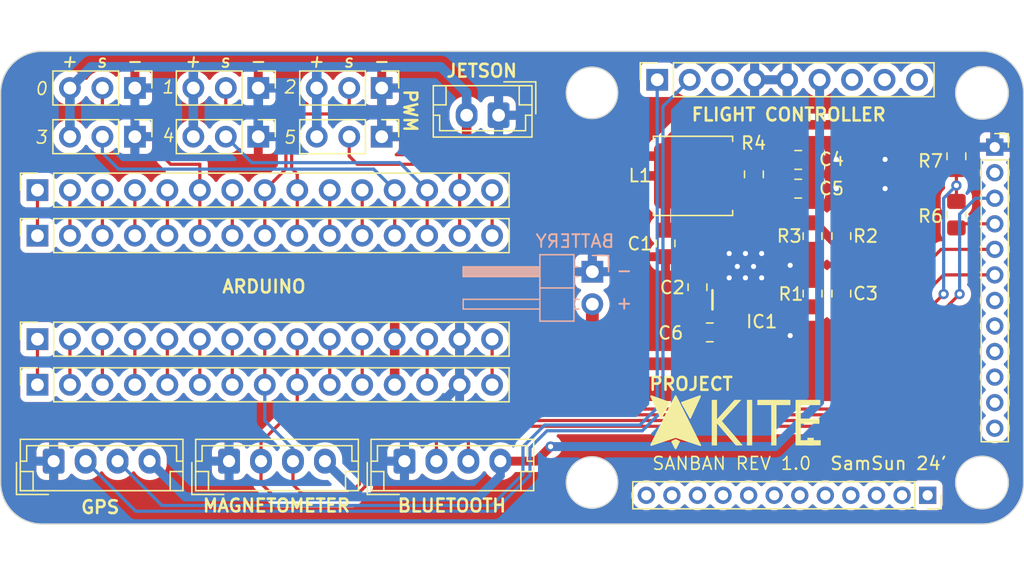
<source format=kicad_pcb>
(kicad_pcb (version 20221018) (generator pcbnew)
  (layers (0 "F.Cu" signal) (31 "B.Cu" signal) (34 "B.Paste" user) (35 "F.Paste" user) (36 "B.SilkS" user "B.Silkscreen") (37 "F.SilkS" user "F.Silkscreen") (38 "B.Mask" user) (39 "F.Mask" user) (44 "Edge.Cuts" user))
  (net 0 "")
  (net 1 "+5V")
  (net 2 "GND")
  (net 3 "Net-(IC1-BST)")
  (net 4 "Net-(IC1-SW)")
  (net 5 "Net-(IC1-FB)")
  (net 6 "Net-(C4-Pad2)")
  (net 7 "Net-(IC1-COMP)")
  (net 8 "+BATT")
  (net 9 "Net-(IC1-RT{slash}CLK)")
  (net 23 "BT_TX")
  (net 24 "Net-(J2-Pin_4)")
  (net 25 "I2C_DATA")
  (net 26 "I2C_CLK")
  (net 33 "GPS_TX")
  (net 34 "GPS_RX")
  (net 36 "5V_ESC")
  (net 40 "BT_RX")
  (net 41 "PWM0")
  (net 42 "PWM1")
  (net 43 "PWM2")
  (net 44 "PWM3")
  (net 45 "PWM4")
  (net 46 "PWM5")
  (net 47 "Net-(J15-Pin_1)")
  (net 48 "Net-(J15-Pin_2)")
  (net 49 "Net-(J15-Pin_3)")
  (net 50 "Net-(J15-Pin_4)")
  (net 51 "Net-(J15-Pin_5)")
  (net 52 "Net-(J15-Pin_6)")
  (net 53 "Net-(J15-Pin_7)")
  (net 54 "Net-(J15-Pin_10)")
  (net 55 "Net-(J15-Pin_11)")
  (net 56 "Net-(J15-Pin_13)")
  (net 57 "Net-(J15-Pin_15)")
  (net 58 "Net-(J16-Pin_1)")
  (net 59 "Net-(J16-Pin_2)")
  (net 60 "Net-(J16-Pin_3)")
  (net 61 "Net-(J16-Pin_4)")
  (net 62 "Net-(J16-Pin_5)")
  (net 63 "Net-(J16-Pin_7)")
  (net 64 "Net-(J16-Pin_10)")
  (net 65 "Net-(J16-Pin_11)")
  (net 66 "Net-(J16-Pin_15)")
  (footprint "Connector_JST:JST_EH_B4B-EH-A_1x04_P2.50mm_Vertical" (layer "F.Cu") (at 114.603 95.525)
    (fp_text reference "J13" hide)
    (fp_text value "Conn_01x04")
    (pad "1" thru_hole roundrect (at 0 0) (size 1.7 1.95) (drill 0.95) (layers "*.Cu" "*.Mask") (roundrect_rratio 0.1470588235) (net 2 "GND"))
    (pad "2" thru_hole oval (at 2.5 0) (size 1.7 1.95) (drill 0.95) (layers "*.Cu" "*.Mask") (net 34 "GPS_RX"))
    (pad "3" thru_hole oval (at 5 0) (size 1.7 1.95) (drill 0.95) (layers "*.Cu" "*.Mask") (net 33 "GPS_TX"))
    (pad "4" thru_hole oval (at 7.5 0) (size 1.7 1.95) (drill 0.95) (layers "*.Cu" "*.Mask") (net 36 "5V_ESC"))
  )
  (footprint "Connector_PinSocket_2.54mm:PinSocket_1x15_P2.54mm_Vertical" (layer "F.Cu") (at 113.333 89.547 90)
    (fp_text reference "J15" hide)
    (fp_text value "Conn_01x15_Socket")
    (pad "1" thru_hole rect (at 0 0 90) (size 1.7 1.7) (drill 1) (layers "*.Cu" "*.Mask") (net 47 "Net-(J15-Pin_1)"))
    (pad "2" thru_hole oval (at 0 2.54 90) (size 1.7 1.7) (drill 1) (layers "*.Cu" "*.Mask") (net 48 "Net-(J15-Pin_2)"))
    (pad "3" thru_hole oval (at 0 5.08 90) (size 1.7 1.7) (drill 1) (layers "*.Cu" "*.Mask") (net 49 "Net-(J15-Pin_3)"))
    (pad "4" thru_hole oval (at 0 7.62 90) (size 1.7 1.7) (drill 1) (layers "*.Cu" "*.Mask") (net 50 "Net-(J15-Pin_4)"))
    (pad "5" thru_hole oval (at 0 10.16 90) (size 1.7 1.7) (drill 1) (layers "*.Cu" "*.Mask") (net 51 "Net-(J15-Pin_5)"))
    (pad "6" thru_hole oval (at 0 12.7 90) (size 1.7 1.7) (drill 1) (layers "*.Cu" "*.Mask") (net 52 "Net-(J15-Pin_6)"))
    (pad "7" thru_hole oval (at 0 15.24 90) (size 1.7 1.7) (drill 1) (layers "*.Cu" "*.Mask") (net 53 "Net-(J15-Pin_7)"))
    (pad "8" thru_hole oval (at 0 17.78 90) (size 1.7 1.7) (drill 1) (layers "*.Cu" "*.Mask") (net 25 "I2C_DATA"))
    (pad "9" thru_hole oval (at 0 20.32 90) (size 1.7 1.7) (drill 1) (layers "*.Cu" "*.Mask") (net 26 "I2C_CLK"))
    (pad "10" thru_hole oval (at 0 22.86 90) (size 1.7 1.7) (drill 1) (layers "*.Cu" "*.Mask") (net 54 "Net-(J15-Pin_10)"))
    (pad "11" thru_hole oval (at 0 25.4 90) (size 1.7 1.7) (drill 1) (layers "*.Cu" "*.Mask") (net 55 "Net-(J15-Pin_11)"))
    (pad "12" thru_hole oval (at 0 27.94 90) (size 1.7 1.7) (drill 1) (layers "*.Cu" "*.Mask") (net 1 "+5V"))
    (pad "13" thru_hole oval (at 0 30.48 90) (size 1.7 1.7) (drill 1) (layers "*.Cu" "*.Mask") (net 56 "Net-(J15-Pin_13)"))
    (pad "14" thru_hole oval (at 0 33.02 90) (size 1.7 1.7) (drill 1) (layers "*.Cu" "*.Mask") (net 2 "GND"))
    (pad "15" thru_hole oval (at 0 35.56 90) (size 1.7 1.7) (drill 1) (layers "*.Cu" "*.Mask") (net 57 "Net-(J15-Pin_15)"))
  )
  (footprint "Connector_PinSocket_2.00mm:PinSocket_1x12_P2.00mm_Vertical" (layer "F.Cu") (at 188.205 70.945)
    (fp_text reference "J2" hide)
    (fp_text value "Conn_01x12_Pin")
    (pad "1" thru_hole rect (at 0 0) (size 1.35 1.35) (drill 0.8) (layers "*.Cu" "*.Mask") (net 2 "GND"))
    (pad "2" thru_hole oval (at 0 2) (size 1.35 1.35) (drill 0.8) (layers "*.Cu" "*.Mask"))
    (pad "3" thru_hole oval (at 0 4) (size 1.35 1.35) (drill 0.8) (layers "*.Cu" "*.Mask") (net 23 "BT_TX"))
    (pad "4" thru_hole oval (at 0 6) (size 1.35 1.35) (drill 0.8) (layers "*.Cu" "*.Mask") (net 24 "Net-(J2-Pin_4)"))
    (pad "5" thru_hole oval (at 0 8) (size 1.35 1.35) (drill 0.8) (layers "*.Cu" "*.Mask") (net 25 "I2C_DATA"))
    (pad "6" thru_hole oval (at 0 10) (size 1.35 1.35) (drill 0.8) (layers "*.Cu" "*.Mask") (net 26 "I2C_CLK"))
    (pad "7" thru_hole oval (at 0 12) (size 1.35 1.35) (drill 0.8) (layers "*.Cu" "*.Mask"))
    (pad "8" thru_hole oval (at 0 14) (size 1.35 1.35) (drill 0.8) (layers "*.Cu" "*.Mask"))
    (pad "9" thru_hole oval (at 0 16) (size 1.35 1.35) (drill 0.8) (layers "*.Cu" "*.Mask"))
    (pad "10" thru_hole oval (at 0 18) (size 1.35 1.35) (drill 0.8) (layers "*.Cu" "*.Mask"))
    (pad "11" thru_hole oval (at 0 20) (size 1.35 1.35) (drill 0.8) (layers "*.Cu" "*.Mask"))
    (pad "12" thru_hole oval (at 0 22) (size 1.35 1.35) (drill 0.8) (layers "*.Cu" "*.Mask"))
  )
  (footprint "Capacitor_SMD:C_0805_2012Metric_Pad1.18x1.45mm_HandSolder" (layer "F.Cu") (at 173.955 82.4075 90)
    (fp_text reference "R1" (at -0.0365 -1.694) (layer "F.SilkS"))
    (fp_text value "200k")
    (pad "1" smd roundrect (at -1.0375 0 90) (size 1.175 1.45) (layers "F.Cu" "F.Paste" "F.Mask") (roundrect_rratio 0.2127659574) (net 9 "Net-(IC1-RT{slash}CLK)"))
    (pad "2" smd roundrect (at 1.0375 0 90) (size 1.175 1.45) (layers "F.Cu" "F.Paste" "F.Mask") (roundrect_rratio 0.2127659574) (net 2 "GND"))
  )
  (footprint "Connector_PinSocket_2.54mm:PinSocket_1x15_P2.54mm_Vertical" (layer "F.Cu") (at 113.333 85.9746 90)
    (fp_text reference "J17" hide)
    (fp_text value "Conn_01x15_Socket")
    (pad "1" thru_hole rect (at 0 0 90) (size 1.7 1.7) (drill 1) (layers "*.Cu" "*.Mask") (net 47 "Net-(J15-Pin_1)"))
    (pad "2" thru_hole oval (at 0 2.54 90) (size 1.7 1.7) (drill 1) (layers "*.Cu" "*.Mask") (net 48 "Net-(J15-Pin_2)"))
    (pad "3" thru_hole oval (at 0 5.08 90) (size 1.7 1.7) (drill 1) (layers "*.Cu" "*.Mask") (net 49 "Net-(J15-Pin_3)"))
    (pad "4" thru_hole oval (at 0 7.62 90) (size 1.7 1.7) (drill 1) (layers "*.Cu" "*.Mask") (net 50 "Net-(J15-Pin_4)"))
    (pad "5" thru_hole oval (at 0 10.16 90) (size 1.7 1.7) (drill 1) (layers "*.Cu" "*.Mask") (net 51 "Net-(J15-Pin_5)"))
    (pad "6" thru_hole oval (at 0 12.7 90) (size 1.7 1.7) (drill 1) (layers "*.Cu" "*.Mask") (net 52 "Net-(J15-Pin_6)"))
    (pad "7" thru_hole oval (at 0 15.24 90) (size 1.7 1.7) (drill 1) (layers "*.Cu" "*.Mask") (net 53 "Net-(J15-Pin_7)"))
    (pad "8" thru_hole oval (at 0 17.78 90) (size 1.7 1.7) (drill 1) (layers "*.Cu" "*.Mask") (net 25 "I2C_DATA"))
    (pad "9" thru_hole oval (at 0 20.32 90) (size 1.7 1.7) (drill 1) (layers "*.Cu" "*.Mask") (net 26 "I2C_CLK"))
    (pad "10" thru_hole oval (at 0 22.86 90) (size 1.7 1.7) (drill 1) (layers "*.Cu" "*.Mask") (net 54 "Net-(J15-Pin_10)"))
    (pad "11" thru_hole oval (at 0 25.4 90) (size 1.7 1.7) (drill 1) (layers "*.Cu" "*.Mask") (net 55 "Net-(J15-Pin_11)"))
    (pad "12" thru_hole oval (at 0 27.94 90) (size 1.7 1.7) (drill 1) (layers "*.Cu" "*.Mask") (net 1 "+5V"))
    (pad "13" thru_hole oval (at 0 30.48 90) (size 1.7 1.7) (drill 1) (layers "*.Cu" "*.Mask") (net 56 "Net-(J15-Pin_13)"))
    (pad "14" thru_hole oval (at 0 33.02 90) (size 1.7 1.7) (drill 1) (layers "*.Cu" "*.Mask") (net 2 "GND"))
    (pad "15" thru_hole oval (at 0 35.56 90) (size 1.7 1.7) (drill 1) (layers "*.Cu" "*.Mask") (net 57 "Net-(J15-Pin_15)"))
  )
  (footprint "Capacitor_SMD:C_0805_2012Metric_Pad1.18x1.45mm_HandSolder" (layer "F.Cu") (at 172.83 71.945 180)
    (fp_text reference "C4" (at -2.606 0.042) (layer "F.SilkS"))
    (fp_text value "2.7n")
    (pad "1" smd roundrect (at -1.0375 0 180) (size 1.175 1.45) (layers "F.Cu" "F.Paste" "F.Mask") (roundrect_rratio 0.2127659574) (net 2 "GND"))
    (pad "2" smd roundrect (at 1.0375 0 180) (size 1.175 1.45) (layers "F.Cu" "F.Paste" "F.Mask") (roundrect_rratio 0.2127659574) (net 6 "Net-(C4-Pad2)"))
  )
  (footprint "Capacitor_SMD:C_0805_2012Metric_Pad1.18x1.45mm_HandSolder" (layer "F.Cu") (at 185.205 76.2325 90)
    (fp_text reference "R6" (at -0.1155 -2.022) (layer "F.SilkS"))
    (fp_text value "1K")
    (pad "1" smd roundrect (at -1.0375 0 90) (size 1.175 1.45) (layers "F.Cu" "F.Paste" "F.Mask") (roundrect_rratio 0.2127659574) (net 24 "Net-(J2-Pin_4)"))
    (pad "2" smd roundrect (at 1.0375 0 90) (size 1.175 1.45) (layers "F.Cu" "F.Paste" "F.Mask") (roundrect_rratio 0.2127659574) (net 40 "BT_RX"))
  )
  (footprint "Capacitor_SMD:C_0805_2012Metric_Pad1.18x1.45mm_HandSolder" (layer "F.Cu") (at 176.205 77.9075 -90)
    (fp_text reference "R2" (at 0 -1.898) (layer "F.SilkS"))
    (fp_text value "115k")
    (pad "1" smd roundrect (at -1.0375 0 270) (size 1.175 1.45) (layers "F.Cu" "F.Paste" "F.Mask") (roundrect_rratio 0.2127659574) (net 1 "+5V"))
    (pad "2" smd roundrect (at 1.0375 0 270) (size 1.175 1.45) (layers "F.Cu" "F.Paste" "F.Mask") (roundrect_rratio 0.2127659574) (net 5 "Net-(IC1-FB)"))
  )
  (footprint "Connector_PinHeader_2.54mm:PinHeader_1x03_P2.54mm_Vertical" (layer "F.Cu") (at 140.257 70.125 -90)
    (fp_text reference "J11" hide)
    (fp_text value "Conn_01x03_Pin")
    (pad "1" thru_hole rect (at 0 0 270) (size 1.7 1.7) (drill 1) (layers "*.Cu" "*.Mask") (net 2 "GND"))
    (pad "2" thru_hole oval (at 0 2.54 270) (size 1.7 1.7) (drill 1) (layers "*.Cu" "*.Mask") (net 46 "PWM5"))
    (pad "3" thru_hole oval (at 0 5.08 270) (size 1.7 1.7) (drill 1) (layers "*.Cu" "*.Mask") (net 1 "+5V"))
  )
  (footprint "Capacitor_SMD:C_0805_2012Metric_Pad1.18x1.45mm_HandSolder" (layer "F.Cu") (at 176.205 82.4075 -90)
    (fp_text reference "C3" (at 0 -1.898) (layer "F.SilkS"))
    (fp_text value "0u")
    (pad "1" smd roundrect (at -1.0375 0 270) (size 1.175 1.45) (layers "F.Cu" "F.Paste" "F.Mask") (roundrect_rratio 0.2127659574) (net 5 "Net-(IC1-FB)"))
    (pad "2" smd roundrect (at 1.0375 0 270) (size 1.175 1.45) (layers "F.Cu" "F.Paste" "F.Mask") (roundrect_rratio 0.2127659574) (net 1 "+5V"))
  )
  (footprint "Connector_JST:JST_EH_B4B-EH-A_1x04_P2.50mm_Vertical" (layer "F.Cu") (at 128.319 95.525)
    (fp_text reference "J12" hide)
    (fp_text value "Conn_01x04")
    (pad "1" thru_hole roundrect (at 0 0) (size 1.7 1.95) (drill 0.95) (layers "*.Cu" "*.Mask") (roundrect_rratio 0.1470588235) (net 2 "GND"))
    (pad "2" thru_hole oval (at 2.5 0) (size 1.7 1.95) (drill 0.95) (layers "*.Cu" "*.Mask") (net 26 "I2C_CLK"))
    (pad "3" thru_hole oval (at 5 0) (size 1.7 1.95) (drill 0.95) (layers "*.Cu" "*.Mask") (net 25 "I2C_DATA"))
    (pad "4" thru_hole oval (at 7.5 0) (size 1.7 1.95) (drill 0.95) (layers "*.Cu" "*.Mask") (net 36 "5V_ESC"))
  )
  (footprint "Connector_PinSocket_2.54mm:PinSocket_1x15_P2.54mm_Vertical" (layer "F.Cu") (at 113.333 74.307 90)
    (fp_text reference "J16" hide)
    (fp_text value "Conn_01x15_Socket")
    (pad "1" thru_hole rect (at 0 0 90) (size 1.7 1.7) (drill 1) (layers "*.Cu" "*.Mask") (net 58 "Net-(J16-Pin_1)"))
    (pad "2" thru_hole oval (at 0 2.54 90) (size 1.7 1.7) (drill 1) (layers "*.Cu" "*.Mask") (net 59 "Net-(J16-Pin_2)"))
    (pad "3" thru_hole oval (at 0 5.08 90) (size 1.7 1.7) (drill 1) (layers "*.Cu" "*.Mask") (net 60 "Net-(J16-Pin_3)"))
    (pad "4" thru_hole oval (at 0 7.62 90) (size 1.7 1.7) (drill 1) (layers "*.Cu" "*.Mask") (net 61 "Net-(J16-Pin_4)"))
    (pad "5" thru_hole oval (at 0 10.16 90) (size 1.7 1.7) (drill 1) (layers "*.Cu" "*.Mask") (net 62 "Net-(J16-Pin_5)"))
    (pad "6" thru_hole oval (at 0 12.7 90) (size 1.7 1.7) (drill 1) (layers "*.Cu" "*.Mask") (net 41 "PWM0"))
    (pad "7" thru_hole oval (at 0 15.24 90) (size 1.7 1.7) (drill 1) (layers "*.Cu" "*.Mask") (net 63 "Net-(J16-Pin_7)"))
    (pad "8" thru_hole oval (at 0 17.78 90) (size 1.7 1.7) (drill 1) (layers "*.Cu" "*.Mask") (net 42 "PWM1"))
    (pad "9" thru_hole oval (at 0 20.32 90) (size 1.7 1.7) (drill 1) (layers "*.Cu" "*.Mask") (net 43 "PWM2"))
    (pad "10" thru_hole oval (at 0 22.86 90) (size 1.7 1.7) (drill 1) (layers "*.Cu" "*.Mask") (net 64 "Net-(J16-Pin_10)"))
    (pad "11" thru_hole oval (at 0 25.4 90) (size 1.7 1.7) (drill 1) (layers "*.Cu" "*.Mask") (net 65 "Net-(J16-Pin_11)"))
    (pad "12" thru_hole oval (at 0 27.94 90) (size 1.7 1.7) (drill 1) (layers "*.Cu" "*.Mask") (net 44 "PWM3"))
    (pad "13" thru_hole oval (at 0 30.48 90) (size 1.7 1.7) (drill 1) (layers "*.Cu" "*.Mask") (net 45 "PWM4"))
    (pad "14" thru_hole oval (at 0 33.02 90) (size 1.7 1.7) (drill 1) (layers "*.Cu" "*.Mask") (net 46 "PWM5"))
    (pad "15" thru_hole oval (at 0 35.56 90) (size 1.7 1.7) (drill 1) (layers "*.Cu" "*.Mask") (net 66 "Net-(J16-Pin_15)"))
  )
  (footprint "Capacitor_SMD:C_0805_2012Metric_Pad1.18x1.45mm_HandSolder" (layer "F.Cu") (at 173.955 77.9075 -90)
    (fp_text reference "R3" (at 0 1.821) (layer "F.SilkS"))
    (fp_text value "22.1k")
    (pad "1" smd roundrect (at -1.0375 0 270) (size 1.175 1.45) (layers "F.Cu" "F.Paste" "F.Mask") (roundrect_rratio 0.2127659574) (net 5 "Net-(IC1-FB)"))
    (pad "2" smd roundrect (at 1.0375 0 270) (size 1.175 1.45) (layers "F.Cu" "F.Paste" "F.Mask") (roundrect_rratio 0.2127659574) (net 2 "GND"))
  )
  (footprint "Connector_PinSocket_2.54mm:PinSocket_1x15_P2.54mm_Vertical" (layer "F.Cu") (at 113.333 77.872 90)
    (fp_text reference "J18" hide)
    (fp_text value "Conn_01x15_Socket")
    (pad "1" thru_hole rect (at 0 0 90) (size 1.7 1.7) (drill 1) (layers "*.Cu" "*.Mask") (net 58 "Net-(J16-Pin_1)"))
    (pad "2" thru_hole oval (at 0 2.54 90) (size 1.7 1.7) (drill 1) (layers "*.Cu" "*.Mask") (net 59 "Net-(J16-Pin_2)"))
    (pad "3" thru_hole oval (at 0 5.08 90) (size 1.7 1.7) (drill 1) (layers "*.Cu" "*.Mask") (net 60 "Net-(J16-Pin_3)"))
    (pad "4" thru_hole oval (at 0 7.62 90) (size 1.7 1.7) (drill 1) (layers "*.Cu" "*.Mask") (net 61 "Net-(J16-Pin_4)"))
    (pad "5" thru_hole oval (at 0 10.16 90) (size 1.7 1.7) (drill 1) (layers "*.Cu" "*.Mask") (net 62 "Net-(J16-Pin_5)"))
    (pad "6" thru_hole oval (at 0 12.7 90) (size 1.7 1.7) (drill 1) (layers "*.Cu" "*.Mask") (net 41 "PWM0"))
    (pad "7" thru_hole oval (at 0 15.24 90) (size 1.7 1.7) (drill 1) (layers "*.Cu" "*.Mask") (net 63 "Net-(J16-Pin_7)"))
    (pad "8" thru_hole oval (at 0 17.78 90) (size 1.7 1.7) (drill 1) (layers "*.Cu" "*.Mask") (net 42 "PWM1"))
    (pad "9" thru_hole oval (at 0 20.32 90) (size 1.7 1.7) (drill 1) (layers "*.Cu" "*.Mask") (net 43 "PWM2"))
    (pad "10" thru_hole oval (at 0 22.86 90) (size 1.7 1.7) (drill 1) (layers "*.Cu" "*.Mask") (net 64 "Net-(J16-Pin_10)"))
    (pad "11" thru_hole oval (at 0 25.4 90) (size 1.7 1.7) (drill 1) (layers "*.Cu" "*.Mask") (net 65 "Net-(J16-Pin_11)"))
    (pad "12" thru_hole oval (at 0 27.94 90) (size 1.7 1.7) (drill 1) (layers "*.Cu" "*.Mask") (net 44 "PWM3"))
    (pad "13" thru_hole oval (at 0 30.48 90) (size 1.7 1.7) (drill 1) (layers "*.Cu" "*.Mask") (net 45 "PWM4"))
    (pad "14" thru_hole oval (at 0 33.02 90) (size 1.7 1.7) (drill 1) (layers "*.Cu" "*.Mask") (net 46 "PWM5"))
    (pad "15" thru_hole oval (at 0 35.56 90) (size 1.7 1.7) (drill 1) (layers "*.Cu" "*.Mask") (net 66 "Net-(J16-Pin_15)"))
  )
  (footprint "Capacitor_SMD:C_0805_2012Metric_Pad1.18x1.45mm_HandSolder" (layer "F.Cu") (at 162.455 78.4825 -90)
    (fp_text reference "C1" (at 0.0245 2.005) (layer "F.SilkS"))
    (fp_text value "45u")
    (pad "1" smd roundrect (at -1.0375 0 270) (size 1.175 1.45) (layers "F.Cu" "F.Paste" "F.Mask") (roundrect_rratio 0.2127659574) (net 1 "+5V"))
    (pad "2" smd roundrect (at 1.0375 0 270) (size 1.175 1.45) (layers "F.Cu" "F.Paste" "F.Mask") (roundrect_rratio 0.2127659574) (net 2 "GND"))
  )
  (footprint "Connector_JST:JST_EH_B4B-EH-A_1x04_P2.50mm_Vertical" (layer "F.Cu") (at 142.035 95.525)
    (fp_text reference "J5" hide)
    (fp_text value "Conn_01x04")
    (pad "1" thru_hole roundrect (at 0 0) (size 1.7 1.95) (drill 0.95) (layers "*.Cu" "*.Mask") (roundrect_rratio 0.1470588235) (net 2 "GND"))
    (pad "2" thru_hole oval (at 2.5 0) (size 1.7 1.95) (drill 0.95) (layers "*.Cu" "*.Mask") (net 40 "BT_RX"))
    (pad "3" thru_hole oval (at 5 0) (size 1.7 1.95) (drill 0.95) (layers "*.Cu" "*.Mask") (net 23 "BT_TX"))
    (pad "4" thru_hole oval (at 7.5 0) (size 1.7 1.95) (drill 0.95) (layers "*.Cu" "*.Mask") (net 36 "5V_ESC"))
  )
  (footprint "Connector_PinHeader_2.54mm:PinHeader_1x03_P2.54mm_Vertical" (layer "F.Cu") (at 130.605 70.125 -90)
    (fp_text reference "J10" hide)
    (fp_text value "Conn_01x03_Pin")
    (pad "1" thru_hole rect (at 0 0 270) (size 1.7 1.7) (drill 1) (layers "*.Cu" "*.Mask") (net 2 "GND"))
    (pad "2" thru_hole oval (at 0 2.54 270) (size 1.7 1.7) (drill 1) (layers "*.Cu" "*.Mask") (net 45 "PWM4"))
    (pad "3" thru_hole oval (at 0 5.08 270) (size 1.7 1.7) (drill 1) (layers "*.Cu" "*.Mask") (net 1 "+5V"))
  )
  (footprint "Connector_PinSocket_2.00mm:PinSocket_1x12_P2.00mm_Vertical" (layer "F.Cu") (at 182.955 98.195 -90)
    (fp_text reference "J1" hide)
    (fp_text value "Conn_01x12_Pin")
    (pad "1" thru_hole rect (at 0 0 270) (size 1.35 1.35) (drill 0.8) (layers "*.Cu" "*.Mask"))
    (pad "2" thru_hole oval (at 0 2 270) (size 1.35 1.35) (drill 0.8) (layers "*.Cu" "*.Mask"))
    (pad "3" thru_hole oval (at 0 4 270) (size 1.35 1.35) (drill 0.8) (layers "*.Cu" "*.Mask"))
    (pad "4" thru_hole oval (at 0 6 270) (size 1.35 1.35) (drill 0.8) (layers "*.Cu" "*.Mask"))
    (pad "5" thru_hole oval (at 0 8 270) (size 1.35 1.35) (drill 0.8) (layers "*.Cu" "*.Mask"))
    (pad "6" thru_hole oval (at 0 10 270) (size 1.35 1.35) (drill 0.8) (layers "*.Cu" "*.Mask"))
    (pad "7" thru_hole oval (at 0 12 270) (size 1.35 1.35) (drill 0.8) (layers "*.Cu" "*.Mask"))
    (pad "8" thru_hole oval (at 0 14 270) (size 1.35 1.35) (drill 0.8) (layers "*.Cu" "*.Mask"))
    (pad "9" thru_hole oval (at 0 16 270) (size 1.35 1.35) (drill 0.8) (layers "*.Cu" "*.Mask"))
    (pad "10" thru_hole oval (at 0 18 270) (size 1.35 1.35) (drill 0.8) (layers "*.Cu" "*.Mask"))
    (pad "11" thru_hole oval (at 0 20 270) (size 1.35 1.35) (drill 0.8) (layers "*.Cu" "*.Mask"))
    (pad "12" thru_hole oval (at 0 22 270) (size 1.35 1.35) (drill 0.8) (layers "*.Cu" "*.Mask"))
  )
  (footprint "Capacitor_SMD:C_0805_2012Metric_Pad1.18x1.45mm_HandSolder" (layer "F.Cu") (at 164.955 81.9075 90)
    (fp_text reference "C2" (at -0.0285 -1.965) (layer "F.SilkS"))
    (fp_text value "100n")
    (pad "1" smd roundrect (at -1.0375 0 90) (size 1.175 1.45) (layers "F.Cu" "F.Paste" "F.Mask") (roundrect_rratio 0.2127659574) (net 3 "Net-(IC1-BST)"))
    (pad "2" smd roundrect (at 1.0375 0 90) (size 1.175 1.45) (layers "F.Cu" "F.Paste" "F.Mask") (roundrect_rratio 0.2127659574) (net 4 "Net-(IC1-SW)"))
  )
  (footprint "Inductor_SMD:L_TDK_VLS6045EX_VLS6045AF" (layer "F.Cu") (at 164.605 73.195 180)
    (fp_text reference "L1" (at 4.155 0.022 unlocked) (layer "F.SilkS"))
    (fp_text value "3.6u")
    (pad "1" smd roundrect (at -2.1 0 180) (size 1.9 5.1) (layers "F.Cu" "F.Paste" "F.Mask") (net 4 "Net-(IC1-SW)"))
    (pad "2" smd roundrect (at 2.1 0 180) (size 1.9 5.1) (layers "F.Cu" "F.Paste" "F.Mask") (net 1 "+5V"))
  )
  (footprint "Capacitor_SMD:C_0805_2012Metric_Pad1.18x1.45mm_HandSolder" (layer "F.Cu") (at 172.83 74.195 180)
    (fp_text reference "C5" (at -2.606 0.006) (layer "F.SilkS"))
    (fp_text value "39p")
    (pad "1" smd roundrect (at -1.0375 0 180) (size 1.175 1.45) (layers "F.Cu" "F.Paste" "F.Mask") (roundrect_rratio 0.2127659574) (net 2 "GND"))
    (pad "2" smd roundrect (at 1.0375 0 180) (size 1.175 1.45) (layers "F.Cu" "F.Paste" "F.Mask") (roundrect_rratio 0.2127659574) (net 7 "Net-(IC1-COMP)"))
  )
  (footprint "Capacitor_SMD:C_0805_2012Metric_Pad1.18x1.45mm_HandSolder" (layer "F.Cu") (at 185.205 71.6575 90)
    (fp_text reference "R7" (at -0.3725 -2.022) (layer "F.SilkS"))
    (fp_text value "2K")
    (pad "1" smd roundrect (at -1.0375 0 90) (size 1.175 1.45) (layers "F.Cu" "F.Paste" "F.Mask") (roundrect_rratio 0.2127659574) (net 40 "BT_RX"))
    (pad "2" smd roundrect (at 1.0375 0 90) (size 1.175 1.45) (layers "F.Cu" "F.Paste" "F.Mask") (roundrect_rratio 0.2127659574) (net 2 "GND"))
  )
  (footprint "Connector_PinHeader_2.54mm:PinHeader_1x03_P2.54mm_Vertical" (layer "F.Cu") (at 120.953 66.315 -90)
    (fp_text reference "J6" hide)
    (fp_text value "Conn_01x03_Pin")
    (pad "1" thru_hole rect (at 0 0 270) (size 1.7 1.7) (drill 1) (layers "*.Cu" "*.Mask") (net 2 "GND"))
    (pad "2" thru_hole oval (at 0 2.54 270) (size 1.7 1.7) (drill 1) (layers "*.Cu" "*.Mask") (net 41 "PWM0"))
    (pad "3" thru_hole oval (at 0 5.08 270) (size 1.7 1.7) (drill 1) (layers "*.Cu" "*.Mask") (net 1 "+5V"))
  )
  (footprint "Capacitor_SMD:C_0805_2012Metric_Pad1.18x1.45mm_HandSolder" (layer "F.Cu") (at 165.9175 85.445)
    (fp_text reference "C6" (at -3.0545 0.047) (layer "F.SilkS"))
    (fp_text value "10u")
    (pad "1" smd roundrect (at -1.0375 0) (size 1.175 1.45) (layers "F.Cu" "F.Paste" "F.Mask") (roundrect_rratio 0.2127659574) (net 2 "GND"))
    (pad "2" smd roundrect (at 1.0375 0) (size 1.175 1.45) (layers "F.Cu" "F.Paste" "F.Mask") (roundrect_rratio 0.2127659574) (net 8 "+BATT"))
  )
  (footprint "Connector_PinHeader_2.54mm:PinHeader_1x03_P2.54mm_Vertical" (layer "F.Cu") (at 120.953 70.125 -90)
    (fp_text reference "J9" hide)
    (fp_text value "Conn_01x03_Pin")
    (pad "1" thru_hole rect (at 0 0 270) (size 1.7 1.7) (drill 1) (layers "*.Cu" "*.Mask") (net 2 "GND"))
    (pad "2" thru_hole oval (at 0 2.54 270) (size 1.7 1.7) (drill 1) (layers "*.Cu" "*.Mask") (net 44 "PWM3"))
    (pad "3" thru_hole oval (at 0 5.08 270) (size 1.7 1.7) (drill 1) (layers "*.Cu" "*.Mask") (net 1 "+5V"))
  )
  (footprint "SanBanLibrary:SOIC127P600X163-9N" (layer "F.Cu") (at 168.705 80.195 90)
    (fp_text reference "IC1" (at -4.408 1.27) (layer "F.SilkS"))
    (fp_text value "AP64500SP-13" hide)
    (pad "1" smd rect (at -2.7 -1.905 180) (size 0.65 1.5) (layers "F.Cu" "F.Paste" "F.Mask") (net 3 "Net-(IC1-BST)"))
    (pad "2" smd rect (at -2.7 -0.635 180) (size 0.65 1.5) (layers "F.Cu" "F.Paste" "F.Mask") (net 8 "+BATT"))
    (pad "3" smd rect (at -2.7 0.635 180) (size 0.65 1.5) (layers "F.Cu" "F.Paste" "F.Mask") (net 8 "+BATT"))
    (pad "4" smd rect (at -2.7 1.905 180) (size 0.65 1.5) (layers "F.Cu" "F.Paste" "F.Mask") (net 9 "Net-(IC1-RT{slash}CLK)"))
    (pad "5" smd rect (at 2.7 1.905 180) (size 0.65 1.5) (layers "F.Cu" "F.Paste" "F.Mask") (net 5 "Net-(IC1-FB)"))
    (pad "6" smd rect (at 2.7 0.635 180) (size 0.65 1.5) (layers "F.Cu" "F.Paste" "F.Mask") (net 7 "Net-(IC1-COMP)"))
    (pad "7" smd rect (at 2.7 -0.635 180) (size 0.65 1.5) (layers "F.Cu" "F.Paste" "F.Mask") (net 2 "GND"))
    (pad "8" smd rect (at 2.7 -1.905 180) (size 0.65 1.5) (layers "F.Cu" "F.Paste" "F.Mask") (net 4 "Net-(IC1-SW)"))
    (pad "9" smd rect (at 0 0 90) (size 2.71 3.35) (layers "F.Cu" "F.Paste" "F.Mask") (net 2 "GND"))
  )
  (footprint "Connector_PinSocket_2.54mm:PinSocket_1x09_P2.54mm_Vertical" (layer "F.Cu") (at 161.805 65.67 90)
    (fp_text reference "J3" hide)
    (fp_text value "Conn_01x09_Pin")
    (pad "1" thru_hole rect (at 0 0 90) (size 1.7 1.7) (drill 1) (layers "*.Cu" "*.Mask") (net 33 "GPS_TX"))
    (pad "2" thru_hole oval (at 0 2.54 90) (size 1.7 1.7) (drill 1) (layers "*.Cu" "*.Mask") (net 34 "GPS_RX"))
    (pad "3" thru_hole oval (at 0 5.08 90) (size 1.7 1.7) (drill 1) (layers "*.Cu" "*.Mask"))
    (pad "4" thru_hole oval (at 0 7.62 90) (size 1.7 1.7) (drill 1) (layers "*.Cu" "*.Mask") (net 2 "GND"))
    (pad "5" thru_hole oval (at 0 10.16 90) (size 1.7 1.7) (drill 1) (layers "*.Cu" "*.Mask") (net 2 "GND"))
    (pad "6" thru_hole oval (at 0 12.7 90) (size 1.7 1.7) (drill 1) (layers "*.Cu" "*.Mask") (net 36 "5V_ESC"))
    (pad "7" thru_hole oval (at 0 15.24 90) (size 1.7 1.7) (drill 1) (layers "*.Cu" "*.Mask"))
    (pad "8" thru_hole oval (at 0 17.78 90) (size 1.7 1.7) (drill 1) (layers "*.Cu" "*.Mask"))
    (pad "9" thru_hole oval (at 0 20.32 90) (size 1.7 1.7) (drill 1) (layers "*.Cu" "*.Mask"))
  )
  (footprint "Connector_PinHeader_2.54mm:PinHeader_1x03_P2.54mm_Vertical" (layer "F.Cu") (at 140.257 66.315 -90)
    (fp_text reference "J8" hide)
    (fp_text value "Conn_01x03_Pin")
    (pad "1" thru_hole rect (at 0 0 270) (size 1.7 1.7) (drill 1) (layers "*.Cu" "*.Mask") (net 2 "GND"))
    (pad "2" thru_hole oval (at 0 2.54 270) (size 1.7 1.7) (drill 1) (layers "*.Cu" "*.Mask") (net 43 "PWM2"))
    (pad "3" thru_hole oval (at 0 5.08 270) (size 1.7 1.7) (drill 1) (layers "*.Cu" "*.Mask") (net 1 "+5V"))
  )
  (footprint "Connector_PinHeader_2.54mm:PinHeader_1x03_P2.54mm_Vertical" (layer "F.Cu") (at 130.605 66.315 -90)
    (fp_text reference "J7" hide)
    (fp_text value "Conn_01x03_Pin")
    (pad "1" thru_hole rect (at 0 0 270) (size 1.7 1.7) (drill 1) (layers "*.Cu" "*.Mask") (net 2 "GND"))
    (pad "2" thru_hole oval (at 0 2.54 270) (size 1.7 1.7) (drill 1) (layers "*.Cu" "*.Mask") (net 42 "PWM1"))
    (pad "3" thru_hole oval (at 0 5.08 270) (size 1.7 1.7) (drill 1) (layers "*.Cu" "*.Mask") (net 1 "+5V"))
  )
  (footprint "Connector_JST:JST_EH_B2B-EH-A_1x02_P2.50mm_Vertical" (layer "F.Cu") (at 149.401 68.445 180)
    (fp_text reference "J14" hide)
    (fp_text value "Conn_01x02")
    (pad "1" thru_hole roundrect (at 0 0 180) (size 1.7 2) (drill 1) (layers "*.Cu" "*.Mask") (roundrect_rratio 0.1470588235) (net 2 "GND"))
    (pad "2" thru_hole oval (at 2.5 0 180) (size 1.7 2) (drill 1) (layers "*.Cu" "*.Mask") (net 1 "+5V"))
  )
  (footprint "Capacitor_SMD:C_0805_2012Metric_Pad1.18x1.45mm_HandSolder" (layer "F.Cu") (at 169.3675 73.07 90)
    (fp_text reference "R4" (at 2.437 -0.0275) (layer "F.SilkS"))
    (fp_text value "15.8k")
    (pad "1" smd roundrect (at -1.0375 0 90) (size 1.175 1.45) (layers "F.Cu" "F.Paste" "F.Mask") (roundrect_rratio 0.2127659574) (net 7 "Net-(IC1-COMP)"))
    (pad "2" smd roundrect (at 1.0375 0 90) (size 1.175 1.45) (layers "F.Cu" "F.Paste" "F.Mask") (roundrect_rratio 0.2127659574) (net 6 "Net-(C4-Pad2)"))
  )
  (footprint "Connector_PinHeader_2.54mm:PinHeader_1x02_P2.54mm_Horizontal" (layer "B.Cu") (at 156.73 80.695 180)
    (fp_text reference "J4" hide)
    (fp_text value "Conn_01x02")
    (pad "1" thru_hole rect (at 0 0 180) (size 1.7 1.7) (drill 1) (layers "*.Cu" "*.Mask") (net 2 "GND"))
    (pad "2" thru_hole oval (at 0 -2.54 180) (size 1.7 1.7) (drill 1) (layers "*.Cu" "*.Mask") (net 8 "+BATT"))
  )
  (gr_poly (pts (xy 161.339 90.445) (xy 162.101 92.096) (xy 162.736 90.953)) (stroke (width 0.15)) (fill solid) (layer "F.SilkS"))
  (gr_poly (pts (xy 162.99 94.001) (xy 163.244 94.509) (xy 163.498 94.001) (xy 163.244 93.874)) (stroke (width 0.15)) (fill solid) (layer "F.SilkS"))
  (gr_poly (pts (xy 165.149 90.445) (xy 164.387 92.096) (xy 163.752 90.953)) (stroke (width 0.15)) (fill solid) (layer "F.SilkS"))
  (gr_poly (pts (xy 161.339 94.255) (xy 163.244 90.445) (xy 165.149 94.255) (xy 163.244 93.62)) (stroke (width 0.15)) (fill solid) (layer "F.SilkS"))
  (gr_line (start 190.455 97.195) (end 190.455 66.695) (stroke (width 0.1)) (layer "Edge.Cuts"))
  (gr_arc (start 113.705 100.445) (mid 111.406903 99.493097) (end 110.455 97.195) (stroke (width 0.1)) (layer "Edge.Cuts"))
  (gr_circle (center 187.205 97.195) (end 187.705 99.195) (stroke (width 0.1)) (fill none) (layer "Edge.Cuts"))
  (gr_arc (start 190.455 97.195) (mid 189.503097 99.493097) (end 187.205 100.445) (stroke (width 0.1)) (layer "Edge.Cuts"))
  (gr_circle (center 187.205 66.695) (end 187.705 68.695) (stroke (width 0.1)) (fill none) (layer "Edge.Cuts"))
  (gr_arc (start 110.455 66.695) (mid 111.406903 64.396903) (end 113.705 63.445) (stroke (width 0.1)) (layer "Edge.Cuts"))
  (gr_arc (start 187.205 63.445) (mid 189.503097 64.396903) (end 190.455 66.695) (stroke (width 0.1)) (layer "Edge.Cuts"))
  (gr_line (start 187.205 63.445) (end 113.705 63.445) (stroke (width 0.1)) (layer "Edge.Cuts"))
  (gr_line (start 110.455 66.695) (end 110.455 97.195) (stroke (width 0.1)) (layer "Edge.Cuts"))
  (gr_line (start 187.205 100.445) (end 113.705 100.445) (stroke (width 0.1)) (layer "Edge.Cuts"))
  (gr_circle (center 156.705 66.695) (end 156.955 68.695) (stroke (width 0.1)) (fill none) (layer "Edge.Cuts"))
  (gr_circle (center 156.705 97.195) (end 156.955 99.195) (stroke (width 0.1)) (fill none) (layer "Edge.Cuts"))
  (gr_text "BATTERY\n" (at 158.545 78.888) (layer "B.SilkS") (effects (font (size 1 1)) (justify left bottom mirror)))
  (gr_text "+" (at 159.942 83.714) (layer "B.SilkS") (effects (font (size 1 1)) (justify left bottom mirror)))
  (gr_text "-" (at 159.942 81.174) (layer "B.SilkS") (effects (font (size 1 1)) (justify left bottom mirror)))
  (gr_text "3" (at 113.079 70.76) (layer "F.SilkS") (effects (font (size 1 1) (thickness 0.125) italic) (justify left bottom)))
  (gr_text "PROJECT" (at 161.085 90.064) (layer "F.SilkS") (effects (font (size 1 1) (thickness 0.2) bold) (justify left bottom)))
  (gr_text "+  s  -" (at 115.111 64.791) (layer "F.SilkS") (effects (font (size 1 1) (thickness 0.15) italic) (justify left bottom)))
  (gr_text "PWM" (at 141.908 66.315 -90) (layer "F.SilkS") (effects (font (size 1 1) (thickness 0.2) bold) (justify left bottom)))
  (gr_text "MAGNETOMETER" (at 126.16 99.589) (layer "F.SilkS") (effects (font (size 1 1) (thickness 0.2) bold) (justify left bottom)))
  (gr_text "1" (at 122.985 66.823) (layer "F.SilkS") (effects (font (size 1 1) (thickness 0.125) italic) (justify left bottom)))
  (gr_text "GPS" (at 116.635 99.716) (layer "F.SilkS") (effects (font (size 1 1) (thickness 0.2) bold) (justify left bottom)))
  (gr_text "." (at 173.023 94.89) (layer "F.SilkS") (effects (font (size 3.5 3.5)) (justify left bottom)))
  (gr_text "KITE" (at 165.657 94.89) (layer "F.SilkS") (effects (font (size 3.5 3)) (justify left bottom)))
  (gr_text "JETSON" (at 145.21 65.553) (layer "F.SilkS") (effects (font (size 1 1) (thickness 0.2) bold) (justify left bottom)))
  (gr_text "5" (at 132.51 70.76) (layer "F.SilkS") (effects (font (size 1 1) (thickness 0.125) italic) (justify left bottom)))
  (gr_text "BLUETOOTH" (at 141.4 99.589) (layer "F.SilkS") (effects (font (size 1 1) (thickness 0.2) bold) (justify left bottom)))
  (gr_text "0" (at 113.079 66.95) (layer "F.SilkS") (effects (font (size 1 1) (thickness 0.125) italic) (justify left bottom)))
  (gr_text "SANBAN REV 1.0" (at 161.339 96.287) (layer "F.SilkS") (effects (font (size 1 1) (thickness 0.125)) (justify left bottom)))
  (gr_text "SamSun 24'" (at 175.25 96.287) (layer "F.SilkS") (effects (font (size 1 1)) (justify left bottom)))
  (gr_text "FLIGHT CONTROLLER" (at 164.387 68.982) (layer "F.SilkS") (effects (font (size 1 1) (thickness 0.2) bold) (justify left bottom)))
  (gr_text "4" (at 122.985 70.633) (layer "F.SilkS") (effects (font (size 1 1) (thickness 0.125) italic) (justify left bottom)))
  (gr_text "+  s  -" (at 124.763 64.791) (layer "F.SilkS") (effects (font (size 1 1) (thickness 0.15) italic) (justify left bottom)))
  (gr_text "ARDUINO" (at 127.684 82.444) (layer "F.SilkS") (effects (font (size 1 1) (thickness 0.2) bold) (justify left bottom)))
  (gr_text "+  s  -" (at 134.415 64.791) (layer "F.SilkS") (effects (font (size 1 1) (thickness 0.15) italic) (justify left bottom)))
  (gr_text "2" (at 132.51 66.823) (layer "F.SilkS") (effects (font (size 1 1) (thickness 0.125) italic) (justify left bottom)))
  (segment (start 141.273 83.477) (end 142.75 82) (width 0.75) (layer "F.Cu") (net 1))
  (segment (start 162.455 73.245) (end 162.505 73.195) (width 0.75) (layer "F.Cu") (net 1))
  (segment (start 177.705 78.37) (end 177.705 81.945) (width 0.75) (layer "F.Cu") (net 1))
  (segment (start 177.705 81.945) (end 176.205 83.445) (width 0.75) (layer "F.Cu") (net 1))
  (segment (start 151.25 82) (end 152.83 80.42) (width 0.75) (layer "F.Cu") (net 1))
  (segment (start 176.284 69.195) (end 163.955 69.195) (width 0.75) (layer "F.Cu") (net 1))
  (segment (start 146.901 70.419) (end 148.131 71.649) (width 0.75) (layer "F.Cu") (net 1))
  (segment (start 141.273 85.9746) (end 141.273 83.477) (width 0.75) (layer "F.Cu") (net 1))
  (segment (start 152.83 80.42) (end 152.83 74.697) (width 0.75) (layer "F.Cu") (net 1))
  (segment (start 162.505 72.307) (end 162.505 73.195) (width 0.75) (layer "F.Cu") (net 1))
  (segment (start 162.455 77.445) (end 162.455 73.245) (width 0.75) (layer "F.Cu") (net 1))
  (segment (start 176.205 76.87) (end 177.722 75.353) (width 0.75) (layer "F.Cu") (net 1))
  (segment (start 142.75 82) (end 151.25 82) (width 0.75) (layer "F.Cu") (net 1))
  (segment (start 177.722 70.633) (end 176.284 69.195) (width 0.75) (layer "F.Cu") (net 1))
  (segment (start 141.273 85.9746) (end 141.273 89.547) (width 0.75) (layer "F.Cu") (net 1))
  (segment (start 163.955 69.195) (end 162.505 70.645) (width 0.75) (layer "F.Cu") (net 1))
  (segment (start 162.505 70.645) (end 162.505 73.195) (width 0.75) (layer "F.Cu") (net 1))
  (segment (start 154.332 73.195) (end 162.505 73.195) (width 0.75) (layer "F.Cu") (net 1))
  (segment (start 146.901 68.445) (end 146.901 70.419) (width 0.75) (layer "F.Cu") (net 1))
  (segment (start 148.131 71.649) (end 161.847 71.649) (width 0.75) (layer "F.Cu") (net 1))
  (segment (start 161.847 71.649) (end 162.505 72.307) (width 0.75) (layer "F.Cu") (net 1))
  (segment (start 177.722 75.353) (end 177.722 70.633) (width 0.75) (layer "F.Cu") (net 1))
  (segment (start 152.83 74.697) (end 154.332 73.195) (width 0.75) (layer "F.Cu") (net 1))
  (segment (start 176.205 76.87) (end 177.705 78.37) (width 0.75) (layer "F.Cu") (net 1))
  (segment (start 135.177 66.315) (end 135.177 64.664) (width 0.75) (layer "B.Cu") (net 1))
  (segment (start 146.901 66.695) (end 146.901 68.445) (width 0.75) (layer "B.Cu") (net 1))
  (segment (start 135.177 64.664) (end 144.87 64.664) (width 0.75) (layer "B.Cu") (net 1))
  (segment (start 115.873 66.315) (end 117.524 64.664) (width 0.75) (layer "B.Cu") (net 1))
  (segment (start 117.524 64.664) (end 125.525 64.664) (width 0.75) (layer "B.Cu") (net 1))
  (segment (start 125.525 70.125) (end 125.525 66.315) (width 0.75) (layer "B.Cu") (net 1))
  (segment (start 115.873 70.125) (end 115.873 66.315) (width 0.75) (layer "B.Cu") (net 1))
  (segment (start 144.87 64.664) (end 146.901 66.695) (width 0.75) (layer "B.Cu") (net 1))
  (segment (start 135.177 70.125) (end 135.177 66.315) (width 0.75) (layer "B.Cu") (net 1))
  (segment (start 125.525 64.664) (end 135.177 64.664) (width 0.75) (layer "B.Cu") (net 1))
  (segment (start 125.525 64.664) (end 125.525 66.315) (width 0.75) (layer "B.Cu") (net 1))
  (segment (start 168.07 77.495) (end 168.07 79.56) (width 0.7) (layer "F.Cu") (net 2))
  (segment (start 168.795 80.285) (end 168.705 80.195) (width 0.25) (layer "F.Cu") (net 2))
  (segment (start 168.07 79.56) (end 168.07 79.56) (width 0.25) (layer "F.Cu") (net 2))
  (segment (start 168.07 79.56) (end 168.07 80.285) (width 0.25) (layer "F.Cu") (net 2))
  (segment (start 167.435 79.269) (end 168.07 79.56) (width 0.5) (layer "F.Cu") (net 2))
  (segment (start 168.07 80.285) (end 168.795 80.285) (width 0.25) (layer "F.Cu") (net 2))
  (via (at 167.435 81.174) (size 0.8) (drill 0.4) (layers "F.Cu" "B.Cu") (net 2))
  (via (at 168.705 81.174) (size 0.8) (drill 0.4) (layers "F.Cu" "B.Cu") (net 2))
  (via (at 168.07 80.285) (size 0.8) (drill 0.4) (layers "F.Cu" "B.Cu") (net 2))
  (via (at 179.627 74.189) (size 0.8) (drill 0.4) (layers "F.Cu" "B.Cu") (net 2))
  (via (at 167.435 79.269) (size 0.8) (drill 0.4) (layers "F.Cu" "B.Cu") (net 2))
  (via (at 175.817 74.189) (size 0.8) (drill 0.4) (layers "F.Cu" "B.Cu") (net 2))
  (via (at 172.205 80.195) (size 0.8) (drill 0.4) (layers "F.Cu" "B.Cu") (net 2))
  (via (at 172.205 85.695) (size 0.8) (drill 0.4) (layers "F.Cu" "B.Cu") (net 2))
  (via (at 179.627 71.903) (size 0.8) (drill 0.4) (layers "F.Cu" "B.Cu") (net 2))
  (via (at 169.975 81.174) (size 0.8) (drill 0.4) (layers "F.Cu" "B.Cu") (net 2))
  (via (at 169.975 79.269) (size 0.8) (drill 0.4) (layers "F.Cu" "B.Cu") (net 2))
  (via (at 168.705 79.269) (size 0.8) (drill 0.4) (layers "F.Cu" "B.Cu") (net 2))
  (via (at 175.817 71.903) (size 0.8) (drill 0.4) (layers "F.Cu" "B.Cu") (net 2))
  (via (at 169.34 80.285) (size 0.8) (drill 0.4) (layers "F.Cu" "B.Cu") (net 2))
  (segment (start 172.205 80.195) (end 172.205 85.695) (width 0.7) (layer "B.Cu") (net 2))
  (segment (start 172.007 85.497) (end 172.205 85.695) (width 0.7) (layer "B.Cu") (net 2))
  (segment (start 130.605 66.315) (end 130.605 70.125) (width 0.75) (layer "B.Cu") (net 2))
  (segment (start 175.817 74.189) (end 179.627 74.189) (width 0.7) (layer "B.Cu") (net 2))
  (segment (start 142.035 93.865) (end 142.035 95.525) (width 0.7) (layer "B.Cu") (net 2))
  (segment (start 146.353 89.547) (end 142.035 93.865) (width 0.7) (layer "B.Cu") (net 2))
  (segment (start 175.817 71.903) (end 179.627 71.903) (width 0.7) (layer "B.Cu") (net 2))
  (segment (start 166.75 82.945) (end 166.8 82.895) (width 0.25) (layer "F.Cu") (net 3))
  (segment (start 166.8 82.895) (end 166.655 82.895) (width 0.25) (layer "F.Cu") (net 3))
  (segment (start 164.955 82.945) (end 166.75 82.945) (width 0.7) (layer "F.Cu") (net 3))
  (segment (start 166.8 73.29) (end 166.705 73.195) (width 0.25) (layer "F.Cu") (net 4))
  (segment (start 164.955 80.87) (end 164.955 74.945) (width 0.7) (layer "F.Cu") (net 4))
  (segment (start 166.8 77.495) (end 166.8 73.29) (width 0.7) (layer "F.Cu") (net 4))
  (segment (start 164.955 74.945) (end 166.705 73.195) (width 0.7) (layer "F.Cu") (net 4))
  (segment (start 174.13 76.87) (end 176.205 78.945) (width 0.7) (layer "F.Cu") (net 5))
  (segment (start 173.955 76.87) (end 171.235 76.87) (width 0.7) (layer "F.Cu") (net 5))
  (segment (start 176.205 78.945) (end 176.205 81.37) (width 0.25) (layer "F.Cu") (net 5))
  (segment (start 173.955 76.87) (end 174.13 76.87) (width 0.25) (layer "F.Cu") (net 5))
  (segment (start 171.235 76.87) (end 170.61 77.495) (width 0.7) (layer "F.Cu") (net 5))
  (segment (start 169.3675 71.945) (end 171.7925 71.945) (width 0.7) (layer "F.Cu") (net 6))
  (segment (start 169.3675 74.1075) (end 169.3675 77.4675) (width 0.7) (layer "F.Cu") (net 7))
  (segment (start 169.5425 74.2825) (end 169.3675 74.1075) (width 0.25) (layer "F.Cu") (net 7))
  (segment (start 169.3675 77.4675) (end 169.34 77.495) (width 0.25) (layer "F.Cu") (net 7))
  (segment (start 171.7925 74.195) (end 169.5425 74.195) (width 0.7) (layer "F.Cu") (net 7))
  (segment (start 165.911 87.905) (end 166.955 86.861) (width 1) (layer "F.Cu") (net 8))
  (segment (start 169.34 83.06) (end 169.34 82.895) (width 0.6) (layer "F.Cu") (net 8))
  (segment (start 156.73 83.235) (end 156.73 86.725) (width 1) (layer "F.Cu") (net 8))
  (segment (start 166.955 86.861) (end 166.955 85.445) (width 1) (layer "F.Cu") (net 8))
  (segment (start 168.07 84.33) (end 166.955 85.445) (width 0.6) (layer "F.Cu") (net 8))
  (segment (start 168.07 82.895) (end 168.07 84.33) (width 0.6) (layer "F.Cu") (net 8))
  (segment (start 157.91 87.905) (end 165.911 87.905) (width 1) (layer "F.Cu") (net 8))
  (segment (start 166.955 85.445) (end 166.955 85.28) (width 1) (layer "F.Cu") (net 8))
  (segment (start 166.955 85.445) (end 169.34 83.06) (width 0.6) (layer "F.Cu") (net 8))
  (segment (start 156.73 86.725) (end 157.91 87.905) (width 1) (layer "F.Cu") (net 8))
  (segment (start 171.16 83.445) (end 170.61 82.895) (width 0.7) (layer "F.Cu") (net 9))
  (segment (start 173.955 83.445) (end 171.16 83.445) (width 0.7) (layer "F.Cu") (net 9))
  (segment (start 148.105 92.795) (end 178.764188 92.795) (width 0.25) (layer "F.Cu") (net 23))
  (segment (start 147.035 95.525) (end 147.035 93.865) (width 0.25) (layer "F.Cu") (net 23))
  (segment (start 147.035 93.865) (end 148.105 92.795) (width 0.25) (layer "F.Cu") (net 23))
  (segment (start 178.764188 92.795) (end 183.855 87.704188) (width 0.25) (layer "F.Cu") (net 23))
  (segment (start 183.855 87.704188) (end 183.855 84.045) (width 0.25) (layer "F.Cu") (net 23))
  (segment (start 183.855 84.045) (end 185.455 82.445) (width 0.25) (layer "F.Cu") (net 23))
  (via (at 185.455 82.445) (size 0.8) (drill 0.4) (layers "F.Cu" "B.Cu") (net 23))
  (segment (start 185.455 82.445) (end 185.455 76.195) (width 0.25) (layer "B.Cu") (net 23))
  (segment (start 186.705 74.945) (end 188.205 74.945) (width 0.25) (layer "B.Cu") (net 23))
  (segment (start 185.455 76.195) (end 186.705 74.945) (width 0.25) (layer "B.Cu") (net 23))
  (segment (start 188.205 76.945) (end 185.53 76.945) (width 0.25) (layer "F.Cu") (net 24))
  (segment (start 185.53 76.945) (end 185.205 77.27) (width 0.25) (layer "F.Cu") (net 24))
  (segment (start 185.269 76.945) (end 185.205 77.009) (width 0.25) (layer "F.Cu") (net 24))
  (segment (start 140.018604 91.445) (end 138.505 92.958604) (width 0.25) (layer "F.Cu") (net 25))
  (segment (start 188.205 78.945) (end 184.015 78.945) (width 0.25) (layer "F.Cu") (net 25))
  (segment (start 182.505 80.455) (end 182.505 87.145) (width 0.25) (layer "F.Cu") (net 25))
  (segment (start 138.505 92.958604) (end 138.505 97.329302) (width 0.25) (layer "F.Cu") (net 25))
  (segment (start 178.205 91.445) (end 140.018604 91.445) (width 0.25) (layer "F.Cu") (net 25))
  (segment (start 138.505 97.329302) (end 137.769302 98.065) (width 0.25) (layer "F.Cu") (net 25))
  (segment (start 182.505 87.145) (end 178.205 91.445) (width 0.25) (layer "F.Cu") (net 25))
  (segment (start 133.319 97.359) (end 133.319 95.525) (width 0.25) (layer "F.Cu") (net 25))
  (segment (start 131.113 85.9746) (end 131.113 89.547) (width 0.25) (layer "F.Cu") (net 25))
  (segment (start 184.015 78.945) (end 182.505 80.455) (width 0.25) (layer "F.Cu") (net 25))
  (segment (start 137.769302 98.065) (end 134.025 98.065) (width 0.25) (layer "F.Cu") (net 25))
  (segment (start 134.025 98.065) (end 133.319 97.359) (width 0.25) (layer "F.Cu") (net 25))
  (segment (start 133.319 94.559) (end 131.113 92.353) (width 0.25) (layer "B.Cu") (net 25))
  (segment (start 131.113 92.353) (end 131.113 89.547) (width 0.25) (layer "B.Cu") (net 25))
  (segment (start 133.319 95.525) (end 133.319 94.559) (width 0.25) (layer "B.Cu") (net 25))
  (segment (start 137.955698 98.515) (end 132.071 98.515) (width 0.25) (layer "F.Cu") (net 26))
  (segment (start 178.391396 91.895) (end 140.205 91.895) (width 0.25) (layer "F.Cu") (net 26))
  (segment (start 130.819 97.263) (end 130.819 95.525) (width 0.25) (layer "F.Cu") (net 26))
  (segment (start 188.205 80.945) (end 184.205 80.945) (width 0.25) (layer "F.Cu") (net 26))
  (segment (start 138.955 93.145) (end 138.955 97.515698) (width 0.25) (layer "F.Cu") (net 26))
  (segment (start 182.955 82.195) (end 182.955 87.331396) (width 0.25) (layer "F.Cu") (net 26))
  (segment (start 132.071 98.515) (end 130.819 97.263) (width 0.25) (layer "F.Cu") (net 26))
  (segment (start 130.819 94.041) (end 130.819 95.525) (width 0.25) (layer "F.Cu") (net 26))
  (segment (start 184.205 80.945) (end 182.955 82.195) (width 0.25) (layer "F.Cu") (net 26))
  (segment (start 140.205 91.895) (end 138.955 93.145) (width 0.25) (layer "F.Cu") (net 26))
  (segment (start 133.653 91.207) (end 130.819 94.041) (width 0.25) (layer "F.Cu") (net 26))
  (segment (start 138.955 97.515698) (end 137.955698 98.515) (width 0.25) (layer "F.Cu") (net 26))
  (segment (start 133.653 89.547) (end 133.653 91.207) (width 0.25) (layer "F.Cu") (net 26))
  (segment (start 182.955 87.331396) (end 178.391396 91.895) (width 0.25) (layer "F.Cu") (net 26))
  (segment (start 133.653 85.9746) (end 133.653 89.547) (width 0.25) (layer "F.Cu") (net 26))
  (segment (start 123.073 98.995) (end 148.853396 98.995) (width 0.25) (layer "B.Cu") (net 33))
  (segment (start 151.306 94.390396) (end 153.001396 92.695) (width 0.25) (layer "B.Cu") (net 33))
  (segment (start 151.306 96.542396) (end 151.306 94.390396) (width 0.25) (layer "B.Cu") (net 33))
  (segment (start 153.001396 92.695) (end 160.455 92.695) (width 0.25) (layer "B.Cu") (net 33))
  (segment (start 161.805 91.345) (end 161.805 65.67) (width 0.25) (layer "B.Cu") (net 33))
  (segment (start 160.455 92.695) (end 161.805 91.345) (width 0.25) (layer "B.Cu") (net 33))
  (segment (start 148.853396 98.995) (end 151.306 96.542396) (width 0.25) (layer "B.Cu") (net 33))
  (segment (start 119.603 95.525) (end 123.073 98.995) (width 0.25) (layer "B.Cu") (net 33))
  (segment (start 162.255 91.531396) (end 162.255 67.76) (width 0.25) (layer "B.Cu") (net 34))
  (segment (start 153.187792 93.145) (end 160.641396 93.145) (width 0.25) (layer "B.Cu") (net 34))
  (segment (start 117.103 95.525) (end 121.023 99.445) (width 0.25) (layer "B.Cu") (net 34))
  (segment (start 151.855 96.629792) (end 151.855 94.477792) (width 0.25) (layer "B.Cu") (net 34))
  (segment (start 151.855 94.477792) (end 153.187792 93.145) (width 0.25) (layer "B.Cu") (net 34))
  (segment (start 162.255 67.76) (end 164.345 65.67) (width 0.25) (layer "B.Cu") (net 34))
  (segment (start 149.039792 99.445) (end 151.855 96.629792) (width 0.25) (layer "B.Cu") (net 34))
  (segment (start 121.023 99.445) (end 149.039792 99.445) (width 0.25) (layer "B.Cu") (net 34))
  (segment (start 160.641396 93.145) (end 162.255 91.531396) (width 0.25) (layer "B.Cu") (net 34))
  (segment (start 149.535 95.525) (end 152.322 95.525) (width 0.7) (layer "F.Cu") (net 36))
  (segment (start 152.322 95.525) (end 153.465 94.382) (width 0.7) (layer "F.Cu") (net 36))
  (via (at 153.465 94.382) (size 0.8) (drill 0.4) (layers "F.Cu" "B.Cu") (net 36))
  (segment (start 122.103 95.525) (end 124.898 98.32) (width 0.7) (layer "B.Cu") (net 36))
  (segment (start 149.535 96.661) (end 149.535 95.525) (width 0.7) (layer "B.Cu") (net 36))
  (segment (start 174.505 90.895) (end 171.018 94.382) (width 0.7) (layer "B.Cu") (net 36))
  (segment (start 135.819 95.559) (end 138.58 98.32) (width 0.7) (layer "B.Cu") (net 36))
  (segment (start 138.606 98.32) (end 138.606 98.319) (width 0.7) (layer "B.Cu") (net 36))
  (segment (start 135.819 95.525) (end 135.819 95.559) (width 0.7) (layer "B.Cu") (net 36))
  (segment (start 174.505 65.67) (end 174.505 90.895) (width 0.7) (layer "B.Cu") (net 36))
  (segment (start 171.018 94.382) (end 153.465 94.382) (width 0.7) (layer "B.Cu") (net 36))
  (segment (start 147.876 98.32) (end 149.535 96.661) (width 0.7) (layer "B.Cu") (net 36))
  (segment (start 124.898 98.32) (end 147.876 98.32) (width 0.7) (layer "B.Cu") (net 36))
  (segment (start 145.555 92.345) (end 178.577792 92.345) (width 0.25) (layer "F.Cu") (net 40))
  (segment (start 185.205 72.695) (end 185.205 73.945) (width 0.25) (layer "F.Cu") (net 40))
  (segment (start 183.405 87.517792) (end 183.405 83.245) (width 0.25) (layer "F.Cu") (net 40))
  (segment (start 183.405 83.245) (end 184.205 82.445) (width 0.25) (layer "F.Cu") (net 40))
  (segment (start 178.577792 92.345) (end 183.405 87.517792) (width 0.25) (layer "F.Cu") (net 40))
  (segment (start 185.205 75.195) (end 185.205 73.945) (width 0.25) (layer "F.Cu") (net 40))
  (segment (start 144.535 95.525) (end 144.535 93.365) (width 0.25) (layer "F.Cu") (net 40))
  (segment (start 144.535 93.365) (end 145.555 92.345) (width 0.25) (layer "F.Cu") (net 40))
  (via (at 185.205 73.945) (size 0.8) (drill 0.4) (layers "F.Cu" "B.Cu") (net 40))
  (via (at 184.205 82.445) (size 0.8) (drill 0.4) (layers "F.Cu" "B.Cu") (net 40))
  (segment (start 184.205 74.945) (end 185.205 73.945) (width 0.25) (layer "B.Cu") (net 40))
  (segment (start 184.205 82.445) (end 184.205 74.945) (width 0.25) (layer "B.Cu") (net 40))
  (segment (start 123.239 68.728) (end 123.239 71.776) (width 0.25) (layer "F.Cu") (net 41))
  (segment (start 118.413 67.839) (end 118.794 68.22) (width 0.25) (layer "F.Cu") (net 41))
  (segment (start 126.033 72.284) (end 126.033 74.307) (width 0.25) (layer "F.Cu") (net 41))
  (segment (start 123.747 72.284) (end 126.033 72.284) (width 0.25) (layer "F.Cu") (net 41))
  (segment (start 126.033 77.872) (end 126.033 74.307) (width 0.25) (layer "F.Cu") (net 41))
  (segment (start 118.794 68.22) (end 122.731 68.22) (width 0.25) (layer "F.Cu") (net 41))
  (segment (start 118.413 66.315) (end 118.413 67.839) (width 0.25) (layer "F.Cu") (net 41))
  (segment (start 123.239 71.776) (end 123.747 72.284) (width 0.25) (layer "F.Cu") (net 41))
  (segment (start 122.731 68.22) (end 123.239 68.728) (width 0.25) (layer "F.Cu") (net 41))
  (segment (start 128.065 67.712) (end 128.7 68.347) (width 0.25) (layer "F.Cu") (net 42))
  (segment (start 128.065 66.315) (end 128.065 67.712) (width 0.25) (layer "F.Cu") (net 42))
  (segment (start 128.7 68.347) (end 132.002 68.347) (width 0.25) (layer "F.Cu") (net 42))
  (segment (start 132.764 69.109) (end 132.764 72.656) (width 0.25) (layer "F.Cu") (net 42))
  (segment (start 132.764 72.656) (end 131.113 74.307) (width 0.25) (layer "F.Cu") (net 42))
  (segment (start 132.002 68.347) (end 132.764 69.109) (width 0.25) (layer "F.Cu") (net 42))
  (segment (start 131.113 74.307) (end 131.113 77.872) (width 0.25) (layer "F.Cu") (net 42))
  (segment (start 133.653 74.307) (end 133.653 77.872) (width 0.25) (layer "F.Cu") (net 43))
  (segment (start 133.214 69.1035) (end 133.214 72.607) (width 0.25) (layer "F.Cu") (net 43))
  (segment (start 133.214 72.607) (end 133.653 73.046) (width 0.25) (layer "F.Cu") (net 43))
  (segment (start 133.653 73.046) (end 133.653 74.307) (width 0.25) (layer "F.Cu") (net 43))
  (segment (start 137.717 67.585) (end 136.955 68.347) (width 0.25) (layer "F.Cu") (net 43))
  (segment (start 137.717 66.315) (end 137.717 67.585) (width 0.25) (layer "F.Cu") (net 43))
  (segment (start 136.955 68.347) (end 133.9705 68.347) (width 0.25) (layer "F.Cu") (net 43))
  (segment (start 133.9705 68.347) (end 133.214 69.1035) (width 0.25) (layer "F.Cu") (net 43))
  (segment (start 141.273 74.307) (end 141.273 77.872) (width 0.25) (layer "F.Cu") (net 44))
  (segment (start 118.413 71.395) (end 119.683 72.665) (width 0.25) (layer "B.Cu") (net 44))
  (segment (start 118.413 70.125) (end 118.413 71.395) (width 0.25) (layer "B.Cu") (net 44))
  (segment (start 139.631 72.665) (end 141.273 74.307) (width 0.25) (layer "B.Cu") (net 44))
  (segment (start 119.683 72.665) (end 139.631 72.665) (width 0.25) (layer "B.Cu") (net 44))
  (segment (start 143.813 74.307) (end 143.813 77.872) (width 0.25) (layer "F.Cu") (net 45))
  (segment (start 130.097 72.157) (end 128.065 70.125) (width 0.25) (layer "B.Cu") (net 45))
  (segment (start 141.663 72.157) (end 130.097 72.157) (width 0.25) (layer "B.Cu") (net 45))
  (segment (start 143.813 74.307) (end 141.663 72.157) (width 0.25) (layer "B.Cu") (net 45))
  (segment (start 145.845 72.284) (end 146.353 72.792) (width 0.25) (layer "F.Cu") (net 46))
  (segment (start 138.352 72.284) (end 145.845 72.284) (width 0.25) (layer "F.Cu") (net 46))
  (segment (start 137.717 70.125) (end 137.717 71.649) (width 0.25) (layer "F.Cu") (net 46))
  (segment (start 137.717 71.649) (end 138.352 72.284) (width 0.25) (layer "F.Cu") (net 46))
  (segment (start 146.353 74.307) (end 146.353 77.872) (width 0.25) (layer "F.Cu") (net 46))
  (segment (start 146.353 72.792) (end 146.353 74.307) (width 0.25) (layer "F.Cu") (net 46))
  (segment (start 113.333 85.9746) (end 113.333 89.547) (width 0.25) (layer "F.Cu") (net 47))
  (segment (start 115.873 85.9746) (end 115.873 89.547) (width 0.25) (layer "F.Cu") (net 48))
  (segment (start 118.413 85.9746) (end 118.413 89.547) (width 0.25) (layer "F.Cu") (net 49))
  (segment (start 120.953 85.9746) (end 120.953 89.547) (width 0.25) (layer "F.Cu") (net 50))
  (segment (start 123.493 85.9746) (end 123.493 89.547) (width 0.25) (layer "F.Cu") (net 51))
  (segment (start 126.033 85.9746) (end 126.033 89.547) (width 0.25) (layer "F.Cu") (net 52))
  (segment (start 128.573 85.9746) (end 128.573 89.547) (width 0.25) (layer "F.Cu") (net 53))
  (segment (start 136.193 85.9746) (end 136.193 89.547) (width 0.25) (layer "F.Cu") (net 54))
  (segment (start 138.733 85.9746) (end 138.733 89.547) (width 0.25) (layer "F.Cu") (net 55))
  (segment (start 143.813 89.547) (end 143.813 85.9746) (width 0.25) (layer "F.Cu") (net 56))
  (segment (start 148.893 89.547) (end 148.893 85.9746) (width 0.25) (layer "F.Cu") (net 57))
  (segment (start 113.333 74.307) (end 113.333 77.872) (width 0.25) (layer "F.Cu") (net 58))
  (segment (start 115.873 74.307) (end 115.873 77.872) (width 0.25) (layer "F.Cu") (net 59))
  (segment (start 118.413 74.307) (end 118.413 77.872) (width 0.25) (layer "F.Cu") (net 60))
  (segment (start 120.953 74.307) (end 120.953 77.872) (width 0.25) (layer "F.Cu") (net 61))
  (segment (start 123.493 74.307) (end 123.493 77.872) (width 0.25) (layer "F.Cu") (net 62))
  (segment (start 128.573 74.307) (end 128.573 77.872) (width 0.25) (layer "F.Cu") (net 63))
  (segment (start 136.193 74.307) (end 136.193 77.872) (width 0.25) (layer "F.Cu") (net 64))
  (segment (start 138.733 74.307) (end 138.733 77.872) (width 0.25) (layer "F.Cu") (net 65))
  (segment (start 148.893 74.307) (end 148.893 77.872) (width 0.25) (layer "F.Cu") (net 66))
  (zone (net 2) (net_name "GND") (layer "F.Cu") (connect_pads (clearance 0.5)) (min_thickness 0.25) (fill yes (thermal_gap 0.5) (thermal_bridge_width 0.7) (smoothing fillet) (radius 5))
    (polygon (pts (xy 110.455 100.445) (xy 190.455 100.445) (xy 190.455 63.445) (xy 110.455 63.445)))
  )
  (zone (net 2) (net_name "GND") (layer "B.Cu") (priority 1) (connect_pads (clearance 0.5)) (min_thickness 0.25) (fill yes (thermal_gap 0.5) (thermal_bridge_width 0.7) (smoothing fillet) (radius 5))
    (polygon (pts (xy 190.455 63.445) (xy 190.455 100.445) (xy 110.455 100.445) (xy 110.455 63.445)))
  )
)
</source>
